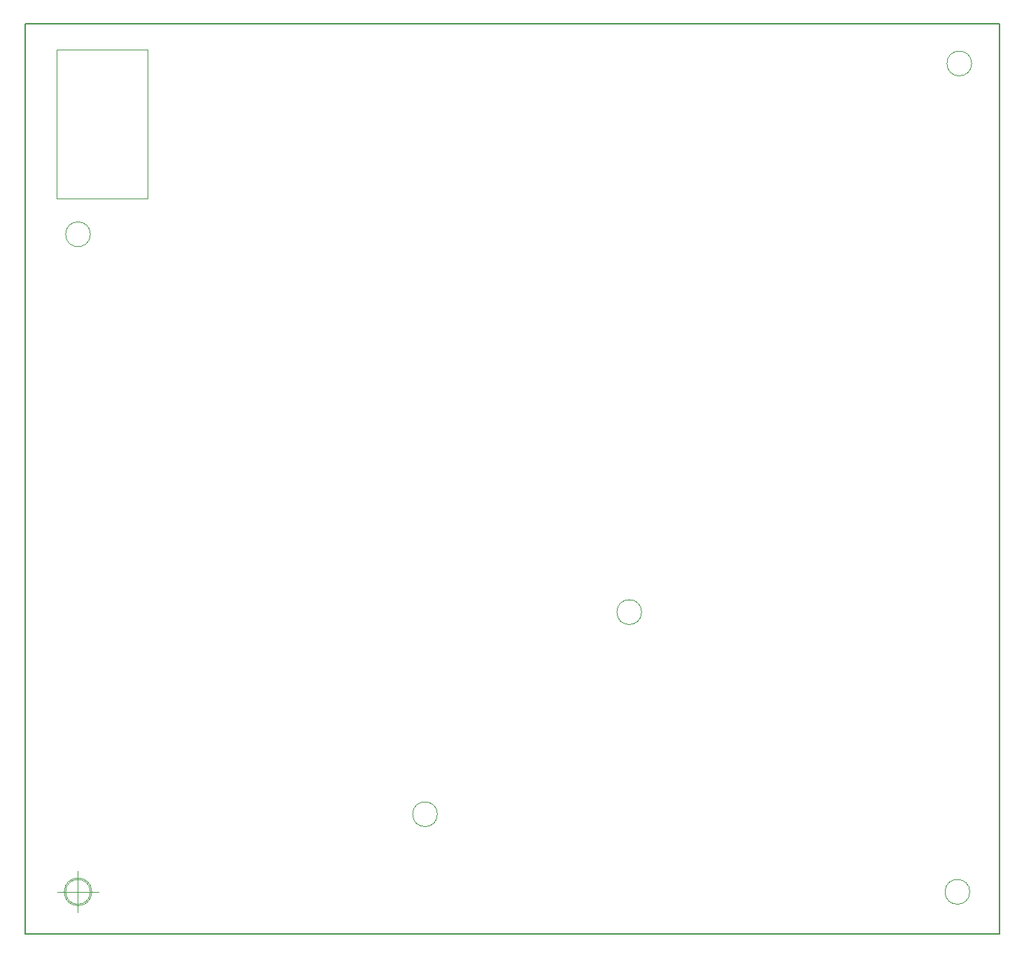
<source format=gbr>
%TF.GenerationSoftware,KiCad,Pcbnew,6.0.2+dfsg-1*%
%TF.CreationDate,2023-11-29T12:07:56-03:00*%
%TF.ProjectId,ProyectoFinal,50726f79-6563-4746-9f46-696e616c2e6b,rev?*%
%TF.SameCoordinates,Original*%
%TF.FileFunction,Profile,NP*%
%FSLAX46Y46*%
G04 Gerber Fmt 4.6, Leading zero omitted, Abs format (unit mm)*
G04 Created by KiCad (PCBNEW 6.0.2+dfsg-1) date 2023-11-29 12:07:56*
%MOMM*%
%LPD*%
G01*
G04 APERTURE LIST*
%TA.AperFunction,Profile*%
%ADD10C,0.100000*%
%TD*%
%TA.AperFunction,Profile*%
%ADD11C,0.150000*%
%TD*%
%TA.AperFunction,Profile*%
%ADD12C,0.120000*%
%TD*%
G04 APERTURE END LIST*
D10*
X182183476Y-218440000D02*
G75*
G03*
X182183476Y-218440000I-1666666J0D01*
G01*
X178016810Y-218440000D02*
X183016810Y-218440000D01*
X180516810Y-215940000D02*
X180516810Y-220940000D01*
D11*
X292044716Y-113260000D02*
X174104716Y-113260000D01*
X174104716Y-113260000D02*
X174104716Y-223496000D01*
X174104716Y-223496000D02*
X292044716Y-223496000D01*
X292044716Y-223496000D02*
X292044716Y-113260000D01*
D10*
X288694716Y-118110000D02*
G75*
G03*
X288694716Y-118110000I-1500000J0D01*
G01*
X182014716Y-218440000D02*
G75*
G03*
X182014716Y-218440000I-1500000J0D01*
G01*
X288464716Y-218440000D02*
G75*
G03*
X288464716Y-218440000I-1500000J0D01*
G01*
X182016810Y-138800000D02*
G75*
G03*
X182016810Y-138800000I-1500000J0D01*
G01*
D12*
%TO.C,J14*%
X248742780Y-184561899D02*
G75*
G03*
X248742780Y-184561899I-1500000J0D01*
G01*
X224020347Y-209040521D02*
G75*
G03*
X224020347Y-209040521I-1500000J0D01*
G01*
%TO.C,SW1*%
X188918716Y-116433800D02*
X177918716Y-116433800D01*
X177918716Y-116433800D02*
X177918716Y-134433800D01*
X177918716Y-134433800D02*
X188918716Y-134433800D01*
X188918716Y-134433800D02*
X188918716Y-116433800D01*
%TD*%
M02*

</source>
